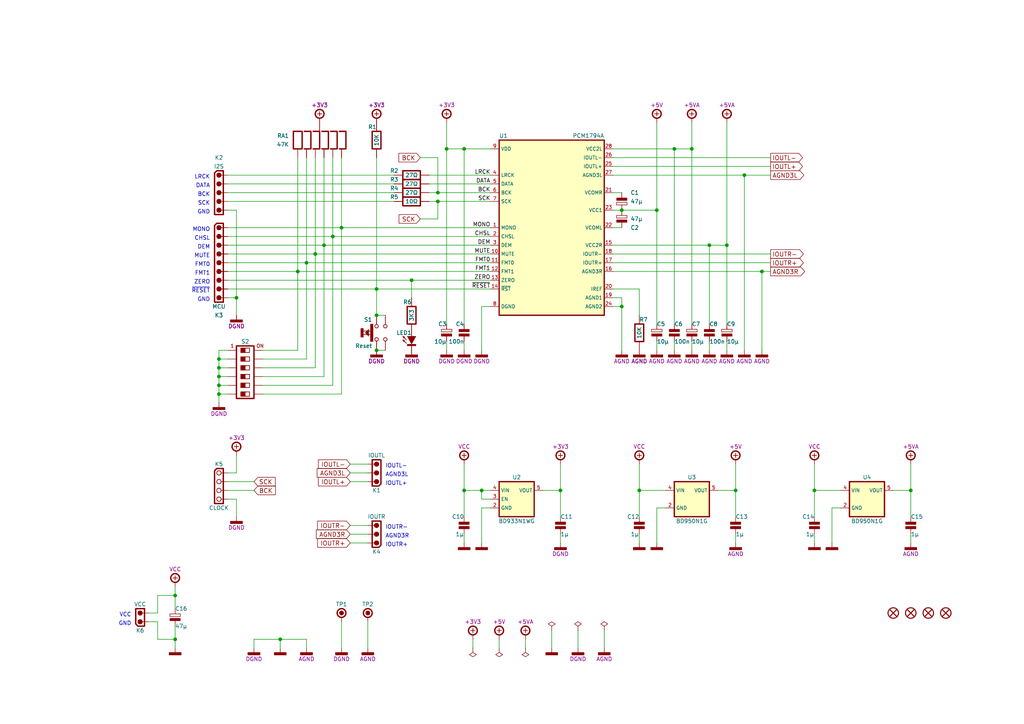
<source format=kicad_sch>
(kicad_sch (version 20211123) (generator eeschema)
  (paper "A4")
  (title_block (title "PCM1794") (date "01/2023") (rev "A"))
  (junction (at 109.22 101.6))
  (junction (at 127 55.88))
  (junction (at 81.28 185.42))
  (junction (at 127 58.42))
  (junction (at 220.98 78.74))
  (junction (at 96.52 68.58))
  (junction (at 200.66 43.18))
  (junction (at 50.8 172.72))
  (junction (at 139.7 142.24))
  (junction (at 99.06 66.04))
  (junction (at 63.5 109.22))
  (junction (at 180.34 60.96))
  (junction (at 210.82 71.12))
  (junction (at 63.5 111.76))
  (junction (at 185.42 142.24))
  (junction (at 63.5 106.68))
  (junction (at 109.22 91.44))
  (junction (at 109.22 83.82))
  (junction (at 162.56 142.24))
  (junction (at 63.5 104.14))
  (junction (at 190.5 60.96))
  (junction (at 63.5 114.3))
  (junction (at 134.62 142.24))
  (junction (at 134.62 43.18))
  (junction (at 236.22 142.24))
  (junction (at 50.8 185.42))
  (junction (at 93.98 71.12))
  (junction (at 88.9 76.2))
  (junction (at 129.54 43.18))
  (junction (at 213.36 142.24))
  (junction (at 119.38 81.28))
  (junction (at 86.36 78.74))
  (junction (at 180.34 88.9))
  (junction (at 205.74 71.12))
  (junction (at 91.44 73.66))
  (junction (at 215.9 50.8))
  (junction (at 264.16 142.24))
  (junction (at 68.58 86.36))
  (junction (at 195.58 43.18))
  (wire (pts (xy 185.42 142.24) (xy 185.42 134.62)))
  (wire (pts (xy 142.24 142.24) (xy 139.7 142.24)))
  (wire (pts (xy 76.2 106.68) (xy 91.44 106.68)))
  (wire (pts (xy 88.9 45.72) (xy 88.9 76.2)))
  (wire (pts (xy 63.5 109.22) (xy 66.04 109.22)))
  (wire (pts (xy 208.28 142.24) (xy 213.36 142.24)))
  (wire (pts (xy 213.36 134.62) (xy 213.36 142.24)))
  (wire (pts (xy 124.46 53.34) (xy 142.24 53.34)))
  (wire (pts (xy 43.18 180.34) (xy 45.72 180.34)))
  (wire (pts (xy 134.62 142.24) (xy 134.62 134.62)))
  (wire (pts (xy 66.04 60.96) (xy 68.58 60.96)))
  (wire (pts (xy 86.36 101.6) (xy 86.36 78.74)))
  (wire (pts (xy 177.8 83.82) (xy 185.42 83.82)))
  (wire (pts (xy 236.22 142.24) (xy 236.22 149.86)))
  (wire (pts (xy 73.66 185.42) (xy 81.28 185.42)))
  (wire (pts (xy 68.58 137.16) (xy 68.58 132.08)))
  (wire (pts (xy 50.8 185.42) (xy 50.8 181.61)))
  (wire (pts (xy 259.08 142.24) (xy 264.16 142.24)))
  (wire (pts (xy 96.52 68.58) (xy 142.24 68.58)))
  (wire (pts (xy 66.04 66.04) (xy 99.06 66.04)))
  (wire (pts (xy 127 45.72) (xy 127 55.88)))
  (wire (pts (xy 93.98 109.22) (xy 93.98 71.12)))
  (wire (pts (xy 129.54 43.18) (xy 134.62 43.18)))
  (wire (pts (xy 66.04 76.2) (xy 88.9 76.2)))
  (wire (pts (xy 45.72 172.72) (xy 45.72 177.8)))
  (wire (pts (xy 129.54 35.56) (xy 129.54 43.18)))
  (wire (pts (xy 134.62 142.24) (xy 134.62 149.86)))
  (wire (pts (xy 66.04 58.42) (xy 114.3 58.42)))
  (wire (pts (xy 88.9 104.14) (xy 88.9 76.2)))
  (wire (pts (xy 190.5 147.32) (xy 190.5 157.48)))
  (wire (pts (xy 93.98 71.12) (xy 142.24 71.12)))
  (wire (pts (xy 193.04 147.32) (xy 190.5 147.32)))
  (wire (pts (xy 101.6 139.7) (xy 106.68 139.7)))
  (wire (pts (xy 139.7 147.32) (xy 142.24 147.32)))
  (wire (pts (xy 127 58.42) (xy 142.24 58.42)))
  (wire (pts (xy 73.66 185.42) (xy 73.66 187.96)))
  (wire (pts (xy 124.46 55.88) (xy 127 55.88)))
  (wire (pts (xy 124.46 58.42) (xy 127 58.42)))
  (wire (pts (xy 101.6 154.94) (xy 106.68 154.94)))
  (wire (pts (xy 88.9 185.42) (xy 88.9 187.96)))
  (wire (pts (xy 190.5 99.06) (xy 190.5 101.6)))
  (wire (pts (xy 205.74 71.12) (xy 205.74 93.98)))
  (wire (pts (xy 180.34 86.36) (xy 180.34 88.9)))
  (wire (pts (xy 177.8 55.88) (xy 180.34 55.88)))
  (wire (pts (xy 177.8 66.04) (xy 180.34 66.04)))
  (wire (pts (xy 177.8 45.72) (xy 223.52 45.72)))
  (wire (pts (xy 200.66 101.6) (xy 200.66 99.06)))
  (wire (pts (xy 129.54 93.98) (xy 129.54 43.18)))
  (wire (pts (xy 76.2 114.3) (xy 99.06 114.3)))
  (wire (pts (xy 101.6 137.16) (xy 106.68 137.16)))
  (wire (pts (xy 127 63.5) (xy 127 58.42)))
  (wire (pts (xy 68.58 60.96) (xy 68.58 86.36)))
  (wire (pts (xy 236.22 134.62) (xy 236.22 142.24)))
  (wire (pts (xy 220.98 78.74) (xy 223.52 78.74)))
  (wire (pts (xy 99.06 187.96) (xy 99.06 180.34)))
  (wire (pts (xy 264.16 157.48) (xy 264.16 154.94)))
  (wire (pts (xy 45.72 172.72) (xy 50.8 172.72)))
  (wire (pts (xy 50.8 172.72) (xy 50.8 176.53)))
  (wire (pts (xy 109.22 45.72) (xy 109.22 83.82)))
  (wire (pts (xy 215.9 50.8) (xy 215.9 101.6)))
  (wire (pts (xy 66.04 137.16) (xy 68.58 137.16)))
  (wire (pts (xy 195.58 101.6) (xy 195.58 99.06)))
  (wire (pts (xy 66.04 68.58) (xy 96.52 68.58)))
  (wire (pts (xy 50.8 187.96) (xy 50.8 185.42)))
  (wire (pts (xy 177.8 76.2) (xy 223.52 76.2)))
  (wire (pts (xy 243.84 147.32) (xy 241.3 147.32)))
  (wire (pts (xy 162.56 134.62) (xy 162.56 142.24)))
  (wire (pts (xy 177.8 78.74) (xy 220.98 78.74)))
  (wire (pts (xy 160.02 182.88) (xy 160.02 187.96)))
  (wire (pts (xy 91.44 106.68) (xy 91.44 73.66)))
  (wire (pts (xy 215.9 50.8) (xy 223.52 50.8)))
  (wire (pts (xy 45.72 180.34) (xy 45.72 185.42)))
  (wire (pts (xy 177.8 43.18) (xy 195.58 43.18)))
  (wire (pts (xy 93.98 45.72) (xy 93.98 71.12)))
  (wire (pts (xy 81.28 185.42) (xy 81.28 187.96)))
  (wire (pts (xy 109.22 83.82) (xy 109.22 91.44)))
  (wire (pts (xy 180.34 60.96) (xy 190.5 60.96)))
  (wire (pts (xy 177.8 86.36) (xy 180.34 86.36)))
  (wire (pts (xy 109.22 101.6) (xy 111.76 101.6)))
  (wire (pts (xy 124.46 50.8) (xy 142.24 50.8)))
  (wire (pts (xy 127 55.88) (xy 142.24 55.88)))
  (wire (pts (xy 66.04 53.34) (xy 114.3 53.34)))
  (wire (pts (xy 66.04 83.82) (xy 109.22 83.82)))
  (wire (pts (xy 63.5 104.14) (xy 66.04 104.14)))
  (wire (pts (xy 220.98 78.74) (xy 220.98 101.6)))
  (wire (pts (xy 195.58 43.18) (xy 200.66 43.18)))
  (wire (pts (xy 66.04 55.88) (xy 114.3 55.88)))
  (wire (pts (xy 91.44 45.72) (xy 91.44 73.66)))
  (wire (pts (xy 264.16 142.24) (xy 264.16 149.86)))
  (wire (pts (xy 66.04 142.24) (xy 73.66 142.24)))
  (wire (pts (xy 119.38 81.28) (xy 119.38 86.36)))
  (wire (pts (xy 180.34 88.9) (xy 180.34 101.6)))
  (wire (pts (xy 144.78 185.42) (xy 144.78 187.96)))
  (wire (pts (xy 134.62 99.06) (xy 134.62 101.6)))
  (wire (pts (xy 86.36 45.72) (xy 86.36 78.74)))
  (wire (pts (xy 177.8 71.12) (xy 205.74 71.12)))
  (wire (pts (xy 76.2 109.22) (xy 93.98 109.22)))
  (wire (pts (xy 66.04 101.6) (xy 63.5 101.6)))
  (wire (pts (xy 210.82 101.6) (xy 210.82 99.06)))
  (wire (pts (xy 185.42 154.94) (xy 185.42 157.48)))
  (wire (pts (xy 66.04 71.12) (xy 93.98 71.12)))
  (wire (pts (xy 190.5 35.56) (xy 190.5 60.96)))
  (wire (pts (xy 66.04 86.36) (xy 68.58 86.36)))
  (wire (pts (xy 205.74 71.12) (xy 210.82 71.12)))
  (wire (pts (xy 236.22 154.94) (xy 236.22 157.48)))
  (wire (pts (xy 99.06 114.3) (xy 99.06 66.04)))
  (wire (pts (xy 96.52 111.76) (xy 96.52 68.58)))
  (wire (pts (xy 101.6 157.48) (xy 106.68 157.48)))
  (wire (pts (xy 63.5 101.6) (xy 63.5 104.14)))
  (wire (pts (xy 63.5 114.3) (xy 66.04 114.3)))
  (wire (pts (xy 200.66 43.18) (xy 200.66 93.98)))
  (wire (pts (xy 99.06 66.04) (xy 142.24 66.04)))
  (wire (pts (xy 66.04 73.66) (xy 91.44 73.66)))
  (wire (pts (xy 63.5 104.14) (xy 63.5 106.68)))
  (wire (pts (xy 177.8 73.66) (xy 223.52 73.66)))
  (wire (pts (xy 139.7 142.24) (xy 134.62 142.24)))
  (wire (pts (xy 121.92 63.5) (xy 127 63.5)))
  (wire (pts (xy 63.5 106.68) (xy 66.04 106.68)))
  (wire (pts (xy 101.6 152.4) (xy 106.68 152.4)))
  (wire (pts (xy 68.58 144.78) (xy 68.58 149.86)))
  (wire (pts (xy 142.24 144.78) (xy 139.7 144.78)))
  (wire (pts (xy 96.52 45.72) (xy 96.52 68.58)))
  (wire (pts (xy 185.42 83.82) (xy 185.42 91.44)))
  (wire (pts (xy 162.56 157.48) (xy 162.56 154.94)))
  (wire (pts (xy 66.04 78.74) (xy 86.36 78.74)))
  (wire (pts (xy 210.82 71.12) (xy 210.82 93.98)))
  (wire (pts (xy 129.54 101.6) (xy 129.54 99.06)))
  (wire (pts (xy 109.22 83.82) (xy 142.24 83.82)))
  (wire (pts (xy 68.58 86.36) (xy 68.58 91.44)))
  (wire (pts (xy 152.4 185.42) (xy 152.4 187.96)))
  (wire (pts (xy 139.7 88.9) (xy 139.7 101.6)))
  (wire (pts (xy 109.22 91.44) (xy 111.76 91.44)))
  (wire (pts (xy 76.2 101.6) (xy 86.36 101.6)))
  (wire (pts (xy 63.5 106.68) (xy 63.5 109.22)))
  (wire (pts (xy 213.36 157.48) (xy 213.36 154.94)))
  (wire (pts (xy 139.7 147.32) (xy 139.7 157.48)))
  (wire (pts (xy 66.04 50.8) (xy 114.3 50.8)))
  (wire (pts (xy 241.3 147.32) (xy 241.3 157.48)))
  (wire (pts (xy 106.68 187.96) (xy 106.68 180.34)))
  (wire (pts (xy 99.06 45.72) (xy 99.06 66.04)))
  (wire (pts (xy 185.42 142.24) (xy 185.42 149.86)))
  (wire (pts (xy 264.16 134.62) (xy 264.16 142.24)))
  (wire (pts (xy 134.62 93.98) (xy 134.62 43.18)))
  (wire (pts (xy 205.74 101.6) (xy 205.74 99.06)))
  (wire (pts (xy 81.28 185.42) (xy 88.9 185.42)))
  (wire (pts (xy 193.04 142.24) (xy 185.42 142.24)))
  (wire (pts (xy 213.36 142.24) (xy 213.36 149.86)))
  (wire (pts (xy 134.62 154.94) (xy 134.62 157.48)))
  (wire (pts (xy 66.04 139.7) (xy 73.66 139.7)))
  (wire (pts (xy 177.8 60.96) (xy 180.34 60.96)))
  (wire (pts (xy 200.66 35.56) (xy 200.66 43.18)))
  (wire (pts (xy 63.5 111.76) (xy 66.04 111.76)))
  (wire (pts (xy 177.8 88.9) (xy 180.34 88.9)))
  (wire (pts (xy 43.18 177.8) (xy 45.72 177.8)))
  (wire (pts (xy 66.04 144.78) (xy 68.58 144.78)))
  (wire (pts (xy 175.26 182.88) (xy 175.26 187.96)))
  (wire (pts (xy 76.2 111.76) (xy 96.52 111.76)))
  (wire (pts (xy 157.48 142.24) (xy 162.56 142.24)))
  (wire (pts (xy 63.5 114.3) (xy 63.5 116.84)))
  (wire (pts (xy 134.62 43.18) (xy 142.24 43.18)))
  (wire (pts (xy 119.38 81.28) (xy 142.24 81.28)))
  (wire (pts (xy 66.04 81.28) (xy 119.38 81.28)))
  (wire (pts (xy 177.8 48.26) (xy 223.52 48.26)))
  (wire (pts (xy 177.8 50.8) (xy 215.9 50.8)))
  (wire (pts (xy 101.6 134.62) (xy 106.68 134.62)))
  (wire (pts (xy 195.58 43.18) (xy 195.58 93.98)))
  (wire (pts (xy 137.16 185.42) (xy 137.16 187.96)))
  (wire (pts (xy 50.8 170.18) (xy 50.8 172.72)))
  (wire (pts (xy 167.64 182.88) (xy 167.64 187.96)))
  (wire (pts (xy 63.5 109.22) (xy 63.5 111.76)))
  (wire (pts (xy 86.36 78.74) (xy 142.24 78.74)))
  (wire (pts (xy 91.44 73.66) (xy 142.24 73.66)))
  (wire (pts (xy 210.82 35.56) (xy 210.82 71.12)))
  (wire (pts (xy 76.2 104.14) (xy 88.9 104.14)))
  (wire (pts (xy 88.9 76.2) (xy 142.24 76.2)))
  (wire (pts (xy 45.72 185.42) (xy 50.8 185.42)))
  (wire (pts (xy 162.56 142.24) (xy 162.56 149.86)))
  (wire (pts (xy 190.5 60.96) (xy 190.5 93.98)))
  (wire (pts (xy 236.22 142.24) (xy 243.84 142.24)))
  (wire (pts (xy 142.24 88.9) (xy 139.7 88.9)))
  (wire (pts (xy 63.5 111.76) (xy 63.5 114.3)))
  (wire (pts (xy 139.7 142.24) (xy 139.7 144.78)))
  (wire (pts (xy 121.92 45.72) (xy 127 45.72)))
  (text "IOUTR+" (at 111.76 158.75 0) (effects (font (size 1.15 1.15)) (justify left bottom)))
  (text "FMT1" (at 60.96 80.01 180) (effects (font (size 1.15 1.15)) (justify right bottom)))
  (text "GND" (at 38.1 181.61 180) (effects (font (size 1.15 1.15)) (justify right bottom)))
  (text "AGND3R" (at 111.76 156.21 0) (effects (font (size 1.15 1.15)) (justify left bottom)))
  (text "ZERO" (at 60.96 82.55 180) (effects (font (size 1.15 1.15)) (justify right bottom)))
  (text "AGND3L" (at 111.76 138.43 0) (effects (font (size 1.15 1.15)) (justify left bottom)))
  (text "BCK" (at 60.96 57.15 180) (effects (font (size 1.15 1.15)) (justify right bottom)))
  (text "LRCK" (at 60.96 52.07 180) (effects (font (size 1.15 1.15)) (justify right bottom)))
  (text "GND" (at 60.96 62.23 180) (effects (font (size 1.15 1.15)) (justify right bottom)))
  (text "MONO" (at 60.96 67.31 180) (effects (font (size 1.15 1.15)) (justify right bottom)))
  (text "~{RESET}" (at 60.96 85.09 180) (effects (font (size 1.15 1.15)) (justify right bottom)))
  (text "SCK" (at 60.96 59.69 180) (effects (font (size 1.15 1.15)) (justify right bottom)))
  (text "MUTE" (at 60.96 74.93 180) (effects (font (size 1.15 1.15)) (justify right bottom)))
  (text "CHSL" (at 60.96 69.85 180) (effects (font (size 1.15 1.15)) (justify right bottom)))
  (text "VCC" (at 38.1 179.07 180) (effects (font (size 1.15 1.15)) (justify right bottom)))
  (text "IOUTR-" (at 111.76 153.67 0) (effects (font (size 1.15 1.15)) (justify left bottom)))
  (text "IOUTL-" (at 111.76 135.89 0) (effects (font (size 1.15 1.15)) (justify left bottom)))
  (text "FMT0" (at 60.96 77.47 180) (effects (font (size 1.15 1.15)) (justify right bottom)))
  (text "GND" (at 60.96 87.63 180) (effects (font (size 1.15 1.15)) (justify right bottom)))
  (text "DEM" (at 60.96 72.39 180) (effects (font (size 1.15 1.15)) (justify right bottom)))
  (text "IOUTL+" (at 111.76 140.97 0) (effects (font (size 1.15 1.15)) (justify left bottom)))
  (text "DATA" (at 60.96 54.61 180) (effects (font (size 1.15 1.15)) (justify right bottom)))
  (label "MUTE" (at 142.24 73.66 180) (effects (font (size 1.15 1.15))))
  (label "BCK" (at 142.24 55.88 180) (effects (font (size 1.15 1.15))))
  (label "DEM" (at 142.24 71.12 180) (effects (font (size 1.15 1.15))))
  (label "FMT1" (at 142.24 78.74 180) (effects (font (size 1.15 1.15))))
  (label "ZERO" (at 142.24 81.28 180) (effects (font (size 1.15 1.15))))
  (label "DATA" (at 142.24 53.34 180) (effects (font (size 1.15 1.15))))
  (label "MONO" (at 142.24 66.04 180) (effects (font (size 1.15 1.15))))
  (label "CHSL" (at 142.24 68.58 180) (effects (font (size 1.15 1.15))))
  (label "FMT0" (at 142.24 76.2 180) (effects (font (size 1.15 1.15))))
  (label "~{RESET}" (at 142.24 83.82 180) (effects (font (size 1.15 1.15))))
  (label "SCK" (at 142.24 58.42 180) (effects (font (size 1.15 1.15))))
  (label "LRCK" (at 142.24 50.8 180) (effects (font (size 1.15 1.15))))
  (global_label "AGND3R" (shape output) (at 223.52 78.74 0) (property "Intersheet References" "${INTERSHEET_REFS}" (effects hide)))
  (global_label "IOUTR+" (shape input) (at 101.6 157.48 180) (property "Intersheet References" "${INTERSHEET_REFS}" (effects hide)))
  (global_label "IOUTL-" (shape input) (at 101.6 134.62 180) (property "Intersheet References" "${INTERSHEET_REFS}" (effects hide)))
  (global_label "AGND3L" (shape input) (at 101.6 137.16 180) (property "Intersheet References" "${INTERSHEET_REFS}" (effects hide)))
  (global_label "AGND3L" (shape output) (at 223.52 50.8 0) (property "Intersheet References" "${INTERSHEET_REFS}" (effects hide)))
  (global_label "IOUTR-" (shape output) (at 223.52 73.66 0) (property "Intersheet References" "${INTERSHEET_REFS}" (effects hide)))
  (global_label "SCK" (shape input) (at 73.66 139.7 0) (property "Intersheet References" "${INTERSHEET_REFS}" (effects hide)))
  (global_label "IOUTL-" (shape output) (at 223.52 45.72 0) (property "Intersheet References" "${INTERSHEET_REFS}" (effects hide)))
  (global_label "IOUTL+" (shape output) (at 223.52 48.26 0) (property "Intersheet References" "${INTERSHEET_REFS}" (effects hide)))
  (global_label "BCK" (shape input) (at 121.92 45.72 180) (property "Intersheet References" "${INTERSHEET_REFS}" (effects hide)))
  (global_label "IOUTL+" (shape input) (at 101.6 139.7 180) (property "Intersheet References" "${INTERSHEET_REFS}" (effects hide)))
  (global_label "SCK" (shape input) (at 121.92 63.5 180) (property "Intersheet References" "${INTERSHEET_REFS}" (effects hide)))
  (global_label "IOUTR-" (shape input) (at 101.6 152.4 180) (property "Intersheet References" "${INTERSHEET_REFS}" (effects hide)))
  (global_label "IOUTR+" (shape output) (at 223.52 76.2 0) (property "Intersheet References" "${INTERSHEET_REFS}" (effects hide)))
  (global_label "BCK" (shape input) (at 73.66 142.24 0) (property "Intersheet References" "${INTERSHEET_REFS}" (effects hide)))
  (global_label "AGND3R" (shape input) (at 101.6 154.94 180) (property "Intersheet References" "${INTERSHEET_REFS}" (effects hide)))
  (symbol (lib_id "tronixio:POWER-GND") (at 241.3 157.48 0) (unit 1)
    (property "Reference" "#PWR036" (effects hide))
    (property "Value" "POWER-GND" (effects hide))
  )
  (symbol (lib_id "tronixio:HARWIN-254-F-1X04-VERTICAL") (at 63.5 137.16 0) (mirror y) (unit 1)
    (property "Reference" "K5" (at 63.5 134.62 0) (effects (font (size 1.15 1.15))))
    (property "Value" "CLOCK" (at 63.5 147.32 0) (effects (font (size 1.15 1.15))))
    (property "Footprint" "tronixio:HARWIN-M20-782044x" (effects hide))
    (property "Datasheet" "https://www.harwin.com/products/M20-7820446/" (effects hide))
    (property "Mouser" "855-M20-782044" (effects hide))
  )
  (symbol (lib_id "tronixio:MOLEX-MICRO-LATCH-03-VERTICAL") (at 109.22 157.48 0) (mirror x) (unit 1)
    (property "Reference" "K4" (at 109.22 160.02 0) (effects (font (size 1.15 1.15))))
    (property "Value" "IOUTR" (at 109.22 149.86 0) (effects (font (size 1.15 1.15))))
    (property "Footprint" "tronixio:MOLEX-532530370" (effects hide))
    (property "Datasheet" "https://www.molex.com/pdm_docs/sd/532530370_sd.pdf" (effects hide))
    (property "Mouser" "538-53253-0370" (effects hide))
  )
  (symbol (lib_id "tronixio:POWER-AGND") (at 195.58 101.6 0) (unit 1)
    (property "Reference" "#PWR016" (effects hide))
    (property "Value" "POWER-AGND" (effects hide))
    (property "Name" "AGND" (at 195.58 104.775 0) (effects (font (size 1.15 1.15))))
  )
  (symbol (lib_id "tronixio:POWER-+5VA") (at 200.66 35.56 0) (unit 1)
    (property "Reference" "#PWR05" (effects hide))
    (property "Value" "POWER-VCC-1" (effects hide))
    (property "Name" "+5VA" (at 200.66 30.48 0) (effects (font (size 1.15 1.15))))
  )
  (symbol (lib_id "tronixio:POWER-AGND") (at 220.98 101.6 0) (unit 1)
    (property "Reference" "#PWR0102" (effects hide))
    (property "Value" "POWER-AGND" (effects hide))
    (property "Name" "AGND" (at 220.98 104.775 0) (effects (font (size 1.15 1.15))))
  )
  (symbol (lib_name "WURTH-WCAP-ATG8-47U-35V_2") (lib_id "tronixio:WURTH-WCAP-ATG8-47U-35V") (at 180.34 63.5 0) (unit 1)
    (property "Reference" "C2" (at 182.88 66.04 0) (effects (font (size 1.15 1.15)) (justify left)))
    (property "Value" "47µ" (at 182.88 63.5 0) (effects (font (size 1.15 1.15)) (justify left)))
    (property "Footprint" "tronixio:CAPACITOR-ELECTROLYTIC-RADIAL-050-110-020-WURTH" (effects hide))
    (property "Datasheet" "https://www.we-online.com/catalog/datasheet/860010572005.pdf" (effects hide))
    (property "Tolerance" "20%" (effects hide))
    (property "Mouser" "710-860010572005" (effects hide))
    (property "Voltage" "35V" (effects hide))
  )
  (symbol (lib_id "tronixio:ROHM-BD950N1G-150-SOT-23") (at 193.04 142.24 0) (unit 1)
    (property "Reference" "U3" (at 200.66 138.43 0) (effects (font (size 1.15 1.15))))
    (property "Value" "BD950N1G" (at 200.66 151.13 0) (effects (font (size 1.15 1.15))))
    (property "Footprint" "tronixio:SOT-23-5" (effects hide))
    (property "Datasheet" "https://www.rohm.com/products/power-management/linear-regulators/single-output-ldo-regulators/bd900n1g-c-product" (effects hide))
    (property "Mouser" "755-BD950N1G-CTR" (effects hide))
  )
  (symbol (lib_id "tronixio:POWER-+5V") (at 144.78 185.42 0) (unit 1)
    (property "Reference" "#PWR040" (effects hide))
    (property "Value" "POWER-+5V" (effects hide))
    (property "Name" "+5V" (at 144.78 180.34 0) (effects (font (size 1.15 1.15))))
  )
  (symbol (lib_id "tronixio:POWER-DGND") (at 139.7 101.6 0) (unit 1)
    (property "Reference" "#PWR012" (effects hide))
    (property "Value" "POWER-DGND" (effects hide))
    (property "Name" "DGND" (at 139.7 104.775 0) (effects (font (size 1.15 1.15))))
  )
  (symbol (lib_id "tronixio:KOASPEER-RT-1206-10R-1P") (at 119.38 58.42 90) (unit 1)
    (property "Reference" "R5" (at 115.57 57.15 90) (effects (font (size 1.15 1.15)) (justify left)))
    (property "Value" "10Ω" (at 119.38 58.42 90) (effects (font (size 1.15 1.15))))
    (property "Footprint" "tronixio:RESISTOR-SMD-1206" (effects hide))
    (property "Datasheet" "https://www.yageo.com/en/Product/Index/rchip/thin_film/rt" (effects hide))
    (property "Tolerance" "1%" (effects hide))
    (property "Mouser" "603-RT1206FRE1310RL" (effects hide))
  )
  (symbol (lib_id "tronixio:POWER-GND") (at 134.62 157.48 0) (unit 1)
    (property "Reference" "#PWR029" (effects hide))
    (property "Value" "POWER-GND" (effects hide))
  )
  (symbol (lib_id "tronixio:POWER-DGND") (at 134.62 101.6 0) (unit 1)
    (property "Reference" "#PWR011" (effects hide))
    (property "Value" "POWER-DGND" (effects hide))
    (property "Name" "DGND" (at 134.62 104.775 0) (effects (font (size 1.15 1.15))))
  )
  (symbol (lib_id "tronixio:POWER-VCC") (at 236.22 134.62 0) (unit 1)
    (property "Reference" "#PWR026" (effects hide))
    (property "Value" "POWER-VCC" (effects hide))
    (property "Name" "VCC" (at 236.22 129.54 0) (effects (font (size 1.15 1.15))))
  )
  (symbol (lib_id "tronixio:POWER-GND") (at 81.28 187.96 0) (unit 1)
    (property "Reference" "#PWR045" (effects hide))
    (property "Value" "POWER-GND" (effects hide))
  )
  (symbol (lib_id "tronixio:POWER-DGND") (at 162.56 157.48 0) (unit 1)
    (property "Reference" "#PWR031" (effects hide))
    (property "Value" "POWER-DGND" (effects hide))
    (property "Name" "DGND" (at 162.56 160.655 0) (effects (font (size 1.15 1.15))))
  )
  (symbol (lib_id "tronixio:POWER-AGND") (at 106.68 187.96 0) (unit 1)
    (property "Reference" "#PWR048" (effects hide))
    (property "Value" "POWER-AGND" (effects hide))
    (property "Name" "AGND" (at 106.68 191.135 0) (effects (font (size 1.15 1.15))))
  )
  (symbol (lib_id "tronixio:POWER-+3V3") (at 109.22 35.56 0) (unit 1)
    (property "Reference" "#PWR02" (effects hide))
    (property "Value" "POWER-+3V3" (effects hide))
    (property "Name" "+3V3" (at 109.22 30.48 0) (effects (font (size 1.15 1.15))))
  )
  (symbol (lib_id "tronixio:POWER-VCC") (at 134.62 134.62 0) (unit 1)
    (property "Reference" "#PWR022" (effects hide))
    (property "Value" "POWER-VCC" (effects hide))
    (property "Name" "VCC" (at 134.62 129.54 0) (effects (font (size 1.15 1.15))))
  )
  (symbol (lib_name "WURTH-WCAP-ATG8-47U-35V_1") (lib_id "tronixio:WURTH-WCAP-ATG8-47U-35V") (at 50.8 179.07 0) (unit 1)
    (property "Reference" "C16" (at 50.8 176.53 0) (effects (font (size 1.15 1.15)) (justify left)))
    (property "Value" "47µ" (at 50.8 181.61 0) (effects (font (size 1.15 1.15)) (justify left)))
    (property "Footprint" "tronixio:CAPACITOR-ELECTROLYTIC-RADIAL-050-110-020-WURTH" (effects hide))
    (property "Datasheet" "https://www.we-online.com/catalog/datasheet/860010572005.pdf" (effects hide))
    (property "Tolerance" "20%" (effects hide))
    (property "Mouser" "710-860010572005" (effects hide))
    (property "Voltage" "35V" (effects hide))
  )
  (symbol (lib_id "tronixio:POWER-DGND") (at 68.58 91.44 0) (unit 1)
    (property "Reference" "#PWR07" (effects hide))
    (property "Value" "POWER-DGND" (effects hide))
    (property "Name" "DGND" (at 68.58 94.615 0) (effects (font (size 1.15 1.15))))
  )
  (symbol (lib_id "tronixio:POWER-DGND") (at 129.54 101.6 0) (unit 1)
    (property "Reference" "#PWR010" (effects hide))
    (property "Value" "POWER-DGND" (effects hide))
    (property "Name" "DGND" (at 129.54 104.775 0) (effects (font (size 1.15 1.15))))
  )
  (symbol (lib_id "tronixio:POWER-+5VA") (at 210.82 35.56 0) (unit 1)
    (property "Reference" "#PWR06" (effects hide))
    (property "Value" "POWER-VCC-1" (effects hide))
    (property "Name" "+5VA" (at 210.82 30.48 0) (effects (font (size 1.15 1.15))))
  )
  (symbol (lib_id "tronixio:POWER-AGND") (at 213.36 157.48 0) (unit 1)
    (property "Reference" "#PWR034" (effects hide))
    (property "Value" "POWER-AGND" (effects hide))
    (property "Name" "AGND" (at 213.36 160.655 0) (effects (font (size 1.15 1.15))))
  )
  (symbol (lib_id "tronixio:ALPS-SKRPAC") (at 109.22 96.52 90) (unit 1)
    (property "Reference" "S1" (at 107.95 92.71 90) (effects (font (size 1.15 1.15)) (justify left)))
    (property "Value" "Reset" (at 107.95 100.33 90) (effects (font (size 1.15 1.15)) (justify left)))
    (property "Footprint" "tronixio:ALPS-SKRPAC" (effects hide))
    (property "Datasheet" "http://www.alps.com/prod/info/E/HTML/Tact/SurfaceMount/SKRP/SKRPACE010.html" (effects hide))
    (property "Mouser" "688-SKRPACE010" (effects hide))
  )
  (symbol (lib_id "tronixio:MOLEX-MIGHTY-SPOX-02-VERTICAL") (at 40.64 180.34 180) (unit 1)
    (property "Reference" "K6" (at 40.64 182.88 0) (effects (font (size 1.15 1.15))))
    (property "Value" "VCC" (at 40.64 175.26 0) (effects (font (size 1.15 1.15))))
    (property "Footprint" "tronixio:MOLEX-532580229" (effects hide))
    (property "Datasheet" "https://www.molex.com/pdm_docs/sd/532580229_sd.pdf" (effects hide))
    (property "Mouser" "538-53258-0229" (effects hide))
    (property "Name" "MOLEX-MIGHTY-SPOX-02-VERTICAL" (effects hide))
  )
  (symbol (lib_id "tronixio:MOLEX-MICRO-LATCH-05-VERTICAL") (at 63.5 50.8 0) (mirror y) (unit 1)
    (property "Reference" "K2" (at 63.5 45.72 0) (effects (font (size 1.15 1.15))))
    (property "Value" "I2S" (at 63.5 48.26 0) (effects (font (size 1.15 1.15))))
    (property "Footprint" "tronixio:MOLEX-532530570" (effects hide))
    (property "Datasheet" "https://www.molex.com/pdm_docs/sd/532530570_sd.pdf" (effects hide))
    (property "Mouser" "538-53253-0570" (effects hide))
  )
  (symbol (lib_id "tronixio:POWER-DGND") (at 167.64 187.96 0) (unit 1)
    (property "Reference" "#PWR050" (effects hide))
    (property "Value" "POWER-DGND" (effects hide))
    (property "Name" "DGND" (at 167.64 191.135 0) (effects (font (size 1.15 1.15))))
  )
  (symbol (lib_id "tronixio:POWER-AGND") (at 190.5 101.6 0) (unit 1)
    (property "Reference" "#PWR015" (effects hide))
    (property "Value" "POWER-AGND" (effects hide))
    (property "Name" "AGND" (at 190.5 104.775 0) (effects (font (size 1.15 1.15))))
  )
  (symbol (lib_id "tronixio:KEMET-X7R-1206-1U-50V-20P") (at 236.22 152.4 0) (unit 1)
    (property "Reference" "C14" (at 236.22 149.86 0) (effects (font (size 1.15 1.15)) (justify right)))
    (property "Value" "1µ" (at 236.22 154.94 0) (effects (font (size 1.15 1.15)) (justify right)))
    (property "Footprint" "tronixio:CAPACITOR-SMD-1206" (effects hide))
    (property "Datasheet" "https://content.kemet.com/datasheets/KEM_C1090_X7R_ESD.pdf" (effects hide))
    (property "Voltage" "50V" (effects hide))
    (property "Tolerance" "20%" (effects hide))
    (property "Mouser" "80-C1206C105M5R" (effects hide))
  )
  (symbol (lib_id "tronixio:POWER-DGND") (at 119.38 101.6 0) (unit 1)
    (property "Reference" "#PWR09" (effects hide))
    (property "Value" "POWER-DGND" (effects hide))
    (property "Name" "DGND" (at 119.38 104.775 0) (effects (font (size 1.15 1.15))))
  )
  (symbol (lib_id "tronixio:POWER-DGND") (at 109.22 101.6 0) (unit 1)
    (property "Reference" "#PWR08" (effects hide))
    (property "Value" "POWER-DGND" (effects hide))
    (property "Name" "DGND" (at 109.22 104.775 0) (effects (font (size 1.15 1.15))))
  )
  (symbol (lib_id "tronixio:KEMET-X7R-1206-1U-50V-20P") (at 162.56 152.4 0) (unit 1)
    (property "Reference" "C11" (at 162.56 149.86 0) (effects (font (size 1.15 1.15)) (justify left)))
    (property "Value" "1µ" (at 162.56 154.94 0) (effects (font (size 1.15 1.15)) (justify left)))
    (property "Footprint" "tronixio:CAPACITOR-SMD-1206" (effects hide))
    (property "Datasheet" "https://content.kemet.com/datasheets/KEM_C1090_X7R_ESD.pdf" (effects hide))
    (property "Voltage" "50V" (effects hide))
    (property "Tolerance" "20%" (effects hide))
    (property "Mouser" "80-C1206C105M5R" (effects hide))
  )
  (symbol (lib_id "tronixio:CUI-DS01-254-06") (at 71.12 101.6 0) (unit 1)
    (property "Reference" "S2" (at 71.12 99.06 0) (effects (font (size 1.15 1.15))))
    (property "Value" "CUI-DS01-254-06" (effects hide))
    (property "Footprint" "tronixio:DIP-SWITCH-06-W762" (effects hide))
    (property "Datasheet" "https://www.cuidevices.com/product/switches/dip-switches/ds04-254-1l-06bk" (effects hide))
    (property "Mouser" "490-DS04-254-1L-06BK" (effects hide))
  )
  (symbol (lib_id "tronixio:POWER-AGND") (at 200.66 101.6 0) (unit 1)
    (property "Reference" "#PWR017" (effects hide))
    (property "Value" "POWER-AGND" (effects hide))
    (property "Name" "AGND" (at 200.66 104.775 0) (effects (font (size 1.15 1.15))))
  )
  (symbol (lib_id "tronixio:POWER-FLAG") (at 175.26 182.88 0) (unit 1)
    (property "Reference" "#FLG03" (effects hide))
    (property "Value" "POWER-FLAG" (effects hide))
  )
  (symbol (lib_id "tronixio:POWER-AGND") (at 88.9 187.96 0) (unit 1)
    (property "Reference" "#PWR046" (effects hide))
    (property "Value" "POWER-AGND" (effects hide))
    (property "Name" "AGND" (at 88.9 191.135 0) (effects (font (size 1.15 1.15))))
  )
  (symbol (lib_id "tronixio:POWER-FLAG") (at 152.4 187.96 180) (unit 1)
    (property "Reference" "#FLG06" (effects hide))
    (property "Value" "POWER-FLAG" (effects hide))
  )
  (symbol (lib_id "tronixio:POWER-GND") (at 236.22 157.48 0) (unit 1)
    (property "Reference" "#PWR035" (effects hide))
    (property "Value" "POWER-GND" (effects hide))
  )
  (symbol (lib_id "tronixio:POWER-GND") (at 160.02 187.96 0) (unit 1)
    (property "Reference" "#PWR049" (effects hide))
    (property "Value" "POWER-GND" (effects hide))
  )
  (symbol (lib_id "tronixio:POWER-+3V3") (at 68.58 132.08 0) (unit 1)
    (property "Reference" "#PWR021" (effects hide))
    (property "Value" "POWER-+3V3" (effects hide))
    (property "Name" "+3V3" (at 68.58 127 0) (effects (font (size 1.15 1.15))))
  )
  (symbol (lib_id "tronixio:POWER-FLAG") (at 160.02 182.88 0) (unit 1)
    (property "Reference" "#FLG01" (effects hide))
    (property "Value" "POWER-FLAG" (effects hide))
  )
  (symbol (lib_id "tronixio:MOUNTING-HOLE-3MM-MASK") (at 274.32 177.8 0) (unit 1)
    (property "Reference" "H4" (effects hide))
    (property "Value" "MOUNTING-HOLE-3MM-MASK" (effects hide))
    (property "Footprint" "tronixio:MOUNTING-HOLE-3MM-MASK" (effects hide))
  )
  (symbol (lib_id "tronixio:POWER-+5V") (at 213.36 134.62 0) (unit 1)
    (property "Reference" "#PWR025" (effects hide))
    (property "Value" "POWER-+5V" (effects hide))
    (property "Name" "+5V" (at 213.36 129.54 0) (effects (font (size 1.15 1.15))))
  )
  (symbol (lib_id "tronixio:ROHM-BD950N1G-150-SOT-23") (at 243.84 142.24 0) (unit 1)
    (property "Reference" "U4" (at 251.46 138.43 0) (effects (font (size 1.15 1.15))))
    (property "Value" "BD950N1G" (at 251.46 151.13 0) (effects (font (size 1.15 1.15))))
    (property "Footprint" "tronixio:SOT-23-5" (effects hide))
    (property "Datasheet" "https://www.rohm.com/products/power-management/linear-regulators/single-output-ldo-regulators/bd900n1g-c-product" (effects hide))
    (property "Mouser" "755-BD950N1G-CTR" (effects hide))
  )
  (symbol (lib_id "tronixio:KEMET-X7R-1206-1U-50V-20P") (at 264.16 152.4 0) (unit 1)
    (property "Reference" "C15" (at 264.16 149.86 0) (effects (font (size 1.15 1.15)) (justify left)))
    (property "Value" "1µ" (at 264.16 154.94 0) (effects (font (size 1.15 1.15)) (justify left)))
    (property "Footprint" "tronixio:CAPACITOR-SMD-1206" (effects hide))
    (property "Datasheet" "https://content.kemet.com/datasheets/KEM_C1090_X7R_ESD.pdf" (effects hide))
    (property "Voltage" "50V" (effects hide))
    (property "Tolerance" "20%" (effects hide))
    (property "Mouser" "80-C1206C105M5R" (effects hide))
  )
  (symbol (lib_id "tronixio:POWER-+5VA") (at 264.16 134.62 0) (unit 1)
    (property "Reference" "#PWR027" (effects hide))
    (property "Value" "POWER-VCC-1" (effects hide))
    (property "Name" "+5VA" (at 264.16 129.54 0) (effects (font (size 1.15 1.15))))
  )
  (symbol (lib_name "WURTH-WCAP-ATG8-10U-63V_1") (lib_id "tronixio:WURTH-WCAP-ATG8-10U-63V") (at 129.54 96.52 0) (unit 1)
    (property "Reference" "C3" (at 129.54 93.98 0) (effects (font (size 1.15 1.15)) (justify right)))
    (property "Value" "10µ" (at 129.54 99.06 0) (effects (font (size 1.15 1.15)) (justify right)))
    (property "Footprint" "tronixio:CAPACITOR-ELECTROLYTIC-RADIAL-050-110-020-WURTH" (effects hide))
    (property "Datasheet" "https://www.we-online.com/catalog/datasheet/860010772009.pdf" (effects hide))
    (property "Tolerance" "20%" (effects hide))
    (property "Mouser" "710-860010772009" (effects hide))
    (property "Voltage" "63V" (effects hide))
  )
  (symbol (lib_id "tronixio:POWER-AGND") (at 264.16 157.48 0) (unit 1)
    (property "Reference" "#PWR037" (effects hide))
    (property "Value" "POWER-AGND" (effects hide))
    (property "Name" "AGND" (at 264.16 160.655 0) (effects (font (size 1.15 1.15))))
  )
  (symbol (lib_id "tronixio:KEMET-X7R-1206-1U-50V-20P") (at 134.62 152.4 0) (unit 1)
    (property "Reference" "C10" (at 134.62 149.86 0) (effects (font (size 1.15 1.15)) (justify right)))
    (property "Value" "1µ" (at 134.62 154.94 0) (effects (font (size 1.15 1.15)) (justify right)))
    (property "Footprint" "tronixio:CAPACITOR-SMD-1206" (effects hide))
    (property "Datasheet" "https://content.kemet.com/datasheets/KEM_C1090_X7R_ESD.pdf" (effects hide))
    (property "Voltage" "50V" (effects hide))
    (property "Tolerance" "20%" (effects hide))
    (property "Mouser" "80-C1206C105M5R" (effects hide))
  )
  (symbol (lib_id "tronixio:MOUNTING-HOLE-3MM-MASK") (at 259.08 177.8 0) (unit 1)
    (property "Reference" "H1" (effects hide))
    (property "Value" "MOUNTING-HOLE-3MM-MASK" (effects hide))
    (property "Footprint" "tronixio:MOUNTING-HOLE-3MM-MASK" (effects hide))
  )
  (symbol (lib_id "tronixio:KOASPEER-RT-1206-10K-1P") (at 185.42 96.52 0) (unit 1)
    (property "Reference" "R7" (at 185.42 92.71 0) (effects (font (size 1.15 1.15)) (justify left)))
    (property "Value" "10K" (at 185.42 96.52 90) (effects (font (size 1.15 1.15))))
    (property "Footprint" "tronixio:RESISTOR-SMD-1206" (effects hide))
    (property "Datasheet" "https://www.yageo.com/en/Product/Index/rchip/thin_film/rt" (effects hide))
    (property "Tolerance" "1%" (effects hide))
    (property "Mouser" "603-RT1206FRE1310KL" (effects hide))
  )
  (symbol (lib_id "tronixio:POWER-+3V3") (at 162.56 134.62 0) (unit 1)
    (property "Reference" "#PWR023" (effects hide))
    (property "Value" "POWER-+3V3" (effects hide))
    (property "Name" "+3V3" (at 162.56 129.54 0) (effects (font (size 1.15 1.15))))
  )
  (symbol (lib_id "tronixio:POWER-+5V") (at 190.5 35.56 0) (unit 1)
    (property "Reference" "#PWR04" (effects hide))
    (property "Value" "POWER-+5V" (effects hide))
    (property "Name" "+5V" (at 190.5 30.48 0) (effects (font (size 1.15 1.15))))
  )
  (symbol (lib_id "tronixio:KEYSTONE-5006") (at 106.68 180.34 0) (unit 1)
    (property "Reference" "TP2" (at 106.68 175.26 0) (effects (font (size 1.15 1.15))))
    (property "Value" "GND" (effects hide))
    (property "Footprint" "tronixio:KEYSTONE-5006" (effects hide))
    (property "Datasheet" "https://www.keyelco.com/product.cfm/product_id/1315" (effects hide))
    (property "Mouser" "534-5006" (effects hide))
  )
  (symbol (lib_name "WURTH-WCAP-ATG8-10U-63V_2") (lib_id "tronixio:WURTH-WCAP-ATG8-10U-63V") (at 210.82 96.52 0) (unit 1)
    (property "Reference" "C9" (at 210.82 93.98 0) (effects (font (size 1.15 1.15)) (justify left)))
    (property "Value" "10µ" (at 210.82 99.06 0) (effects (font (size 1.15 1.15)) (justify left)))
    (property "Footprint" "tronixio:CAPACITOR-ELECTROLYTIC-RADIAL-050-110-020-WURTH" (effects hide))
    (property "Datasheet" "https://www.we-online.com/catalog/datasheet/860010772009.pdf" (effects hide))
    (property "Tolerance" "20%" (effects hide))
    (property "Mouser" "710-860010772009" (effects hide))
    (property "Voltage" "63V" (effects hide))
  )
  (symbol (lib_id "tronixio:POWER-AGND") (at 205.74 101.6 0) (unit 1)
    (property "Reference" "#PWR018" (effects hide))
    (property "Value" "POWER-AGND" (effects hide))
    (property "Name" "AGND" (at 205.74 104.775 0) (effects (font (size 1.15 1.15))))
  )
  (symbol (lib_id "tronixio:WURTH-WCAP-ATG8-47U-35V") (at 180.34 58.42 180) (unit 1)
    (property "Reference" "C1" (at 182.88 55.88 0) (effects (font (size 1.15 1.15)) (justify right)))
    (property "Value" "47µ" (at 182.88 58.42 0) (effects (font (size 1.15 1.15)) (justify right)))
    (property "Footprint" "tronixio:CAPACITOR-ELECTROLYTIC-RADIAL-050-110-020-WURTH" (effects hide))
    (property "Datasheet" "https://www.we-online.com/catalog/datasheet/860010572005.pdf" (effects hide))
    (property "Tolerance" "20%" (effects hide))
    (property "Mouser" "710-860010572005" (effects hide))
    (property "Voltage" "35V" (effects hide))
  )
  (symbol (lib_id "tronixio:POWER-GND") (at 50.8 187.96 0) (unit 1)
    (property "Reference" "#PWR042" (effects hide))
    (property "Value" "POWER-GND" (effects hide))
  )
  (symbol (lib_id "tronixio:KEMET-X7R-1206-1U-50V-20P") (at 134.62 96.52 0) (unit 1)
    (property "Reference" "C4" (at 134.62 93.98 0) (effects (font (size 1.15 1.15)) (justify right)))
    (property "Value" "100n" (at 134.62 99.06 0) (effects (font (size 1.15 1.15)) (justify right)))
    (property "Footprint" "tronixio:CAPACITOR-SMD-1206" (effects hide))
    (property "Datasheet" "https://content.kemet.com/datasheets/KEM_C1090_X7R_ESD.pdf" (effects hide))
    (property "Voltage" "50V" (effects hide))
    (property "Tolerance" "20%" (effects hide))
    (property "Mouser" "80-C1206C105M5R" (effects hide))
  )
  (symbol (lib_name "KOASPEER-RT-1206-27R-1P_2") (lib_id "tronixio:KOASPEER-RT-1206-27R-1P") (at 119.38 55.88 90) (unit 1)
    (property "Reference" "R4" (at 115.57 54.61 90) (effects (font (size 1.15 1.15)) (justify left)))
    (property "Value" "27Ω" (at 119.38 55.88 90) (effects (font (size 1.15 1.15))))
    (property "Footprint" "tronixio:RESISTOR-SMD-1206" (effects hide))
    (property "Datasheet" "https://www.yageo.com/en/Product/Index/rchip/thin_film/rt" (effects hide))
    (property "Tolerance" "1%" (effects hide))
    (property "Mouser" "603-RT1206FRE0727RL" (effects hide))
  )
  (symbol (lib_id "tronixio:POWER-GND") (at 139.7 157.48 0) (unit 1)
    (property "Reference" "#PWR030" (effects hide))
    (property "Value" "POWER-GND" (effects hide))
  )
  (symbol (lib_id "tronixio:POWER-VCC") (at 50.8 170.18 0) (unit 1)
    (property "Reference" "#PWR038" (effects hide))
    (property "Value" "POWER-VCC" (effects hide))
    (property "Name" "VCC" (at 50.8 165.1 0) (effects (font (size 1.15 1.15))))
  )
  (symbol (lib_id "tronixio:MOUNTING-HOLE-3MM-MASK") (at 264.16 177.8 0) (unit 1)
    (property "Reference" "H2" (effects hide))
    (property "Value" "MOUNTING-HOLE-3MM-MASK" (effects hide))
    (property "Footprint" "tronixio:MOUNTING-HOLE-3MM-MASK" (effects hide))
  )
  (symbol (lib_id "tronixio:HARWIN-254-M-1X09-VERTICAL") (at 63.5 66.04 0) (mirror y) (unit 1)
    (property "Reference" "K3" (at 63.5 91.44 0) (effects (font (size 1.15 1.15))))
    (property "Value" "MCU" (at 63.5 88.9 0) (effects (font (size 1.15 1.15))))
    (property "Footprint" "tronixio:HARWIN-M20-999094x" (effects hide))
    (property "Datasheet" "https://www.harwin.com/products/M20-9990946/" (effects hide))
    (property "Mouser" "855-M20-999094" (effects hide))
    (property "Name" "HARWIN-254-M-1X09-VERTICAL" (effects hide))
  )
  (symbol (lib_id "tronixio:KEMET-X7R-1206-1U-50V-20P") (at 195.58 96.52 0) (unit 1)
    (property "Reference" "C6" (at 195.58 93.98 0) (effects (font (size 1.15 1.15)) (justify left)))
    (property "Value" "100n" (at 195.58 99.06 0) (effects (font (size 1.15 1.15)) (justify left)))
    (property "Footprint" "tronixio:CAPACITOR-SMD-1206" (effects hide))
    (property "Datasheet" "https://content.kemet.com/datasheets/KEM_C1090_X7R_ESD.pdf" (effects hide))
    (property "Voltage" "50V" (effects hide))
    (property "Tolerance" "20%" (effects hide))
    (property "Mouser" "80-C1206C105M5R" (effects hide))
  )
  (symbol (lib_id "tronixio:POWER-AGND") (at 180.34 101.6 0) (unit 1)
    (property "Reference" "#PWR013" (effects hide))
    (property "Value" "POWER-AGND" (effects hide))
    (property "Name" "AGND" (at 180.34 104.775 0) (effects (font (size 1.15 1.15))))
  )
  (symbol (lib_name "WURTH-WCAP-ATG8-10U-63V_3") (lib_id "tronixio:WURTH-WCAP-ATG8-10U-63V") (at 190.5 96.52 0) (unit 1)
    (property "Reference" "C5" (at 190.5 93.98 0) (effects (font (size 1.15 1.15)) (justify left)))
    (property "Value" "10µ" (at 190.5 99.06 0) (effects (font (size 1.15 1.15)) (justify left)))
    (property "Footprint" "tronixio:CAPACITOR-ELECTROLYTIC-RADIAL-050-110-020-WURTH" (effects hide))
    (property "Datasheet" "https://www.we-online.com/catalog/datasheet/860010772009.pdf" (effects hide))
    (property "Tolerance" "20%" (effects hide))
    (property "Mouser" "710-860010772009" (effects hide))
    (property "Voltage" "63V" (effects hide))
  )
  (symbol (lib_id "tronixio:KOASPEER-RT-1206-27R-1P") (at 119.38 50.8 90) (unit 1)
    (property "Reference" "R2" (at 115.57 49.53 90) (effects (font (size 1.15 1.15)) (justify left)))
    (property "Value" "27Ω" (at 119.38 50.8 90) (effects (font (size 1.15 1.15))))
    (property "Footprint" "tronixio:RESISTOR-SMD-1206" (effects hide))
    (property "Datasheet" "https://www.yageo.com/en/Product/Index/rchip/thin_film/rt" (effects hide))
    (property "Tolerance" "1%" (effects hide))
    (property "Mouser" "603-RT1206FRE0727RL" (effects hide))
  )
  (symbol (lib_id "tronixio:POWER-FLAG") (at 167.64 182.88 0) (unit 1)
    (property "Reference" "#FLG02" (effects hide))
    (property "Value" "POWER-FLAG" (effects hide))
  )
  (symbol (lib_id "tronixio:BOURNS-4607X-47K") (at 86.36 45.72 90) (unit 1)
    (property "Reference" "RA1" (at 83.82 39.37 90) (effects (font (size 1.15 1.15)) (justify left)))
    (property "Value" "47K" (at 83.82 41.91 90) (effects (font (size 1.15 1.15)) (justify left)))
    (property "Footprint" "tronixio:BOURNS-4607X" (effects hide))
    (property "Datasheet" "https://www.bourns.com/docs/Product-Datasheets/4600x.pdf?sfvrsn=92b2512c_0" (effects hide))
    (property "Mouser" "652-4607X-1LF-47K" (effects hide))
    (property "Tolerance" "2%" (effects hide))
  )
  (symbol (lib_id "tronixio:POWER-AGND") (at 210.82 101.6 0) (unit 1)
    (property "Reference" "#PWR019" (effects hide))
    (property "Value" "POWER-AGND" (effects hide))
    (property "Name" "AGND" (at 210.82 104.775 0) (effects (font (size 1.15 1.15))))
  )
  (symbol (lib_id "tronixio:MOLEX-MICRO-LATCH-03-VERTICAL") (at 109.22 139.7 0) (mirror x) (unit 1)
    (property "Reference" "K1" (at 109.22 142.24 0) (effects (font (size 1.15 1.15))))
    (property "Value" "IOUTL" (at 109.22 132.08 0) (effects (font (size 1.15 1.15))))
    (property "Footprint" "tronixio:MOLEX-532530370" (effects hide))
    (property "Datasheet" "https://www.molex.com/pdm_docs/sd/532530370_sd.pdf" (effects hide))
    (property "Mouser" "538-53253-0370" (effects hide))
  )
  (symbol (lib_id "tronixio:POWER-AGND") (at 185.42 101.6 0) (unit 1)
    (property "Reference" "#PWR014" (effects hide))
    (property "Value" "POWER-AGND" (effects hide))
    (property "Name" "AGND" (at 185.42 104.775 0) (effects (font (size 1.15 1.15))))
  )
  (symbol (lib_id "tronixio:POWER-VCC") (at 185.42 134.62 0) (unit 1)
    (property "Reference" "#PWR024" (effects hide))
    (property "Value" "POWER-VCC" (effects hide))
    (property "Name" "VCC" (at 185.42 129.54 0) (effects (font (size 1.15 1.15))))
  )
  (symbol (lib_id "tronixio:MOUNTING-HOLE-3MM-MASK") (at 269.24 177.8 0) (unit 1)
    (property "Reference" "H3" (effects hide))
    (property "Value" "MOUNTING-HOLE-3MM-MASK" (effects hide))
    (property "Footprint" "tronixio:MOUNTING-HOLE-3MM-MASK" (effects hide))
  )
  (symbol (lib_id "tronixio:KEMET-X7R-1206-1U-50V-20P") (at 185.42 152.4 0) (unit 1)
    (property "Reference" "C12" (at 185.42 149.86 0) (effects (font (size 1.15 1.15)) (justify right)))
    (property "Value" "1µ" (at 185.42 154.94 0) (effects (font (size 1.15 1.15)) (justify right)))
    (property "Footprint" "tronixio:CAPACITOR-SMD-1206" (effects hide))
    (property "Datasheet" "https://content.kemet.com/datasheets/KEM_C1090_X7R_ESD.pdf" (effects hide))
    (property "Voltage" "50V" (effects hide))
    (property "Tolerance" "20%" (effects hide))
    (property "Mouser" "80-C1206C105M5R" (effects hide))
  )
  (symbol (lib_id "tronixio:POWER-DGND") (at 73.66 187.96 0) (unit 1)
    (property "Reference" "#PWR044" (effects hide))
    (property "Value" "POWER-DGND" (effects hide))
    (property "Name" "DGND" (at 73.66 191.135 0) (effects (font (size 1.15 1.15))))
  )
  (symbol (lib_id "tronixio:POWER-+3V3") (at 129.54 35.56 0) (unit 1)
    (property "Reference" "#PWR03" (effects hide))
    (property "Value" "POWER-+3V3" (effects hide))
    (property "Name" "+3V3" (at 129.54 30.48 0) (effects (font (size 1.15 1.15))))
  )
  (symbol (lib_id "tronixio:POWER-DGND") (at 99.06 187.96 0) (unit 1)
    (property "Reference" "#PWR047" (effects hide))
    (property "Value" "POWER-DGND" (effects hide))
    (property "Name" "DGND" (at 99.06 191.135 0) (effects (font (size 1.15 1.15))))
  )
  (symbol (lib_name "KOASPEER-RT-1206-27R-1P_1") (lib_id "tronixio:KOASPEER-RT-1206-27R-1P") (at 119.38 53.34 90) (unit 1)
    (property "Reference" "R3" (at 115.57 52.07 90) (effects (font (size 1.15 1.15)) (justify left)))
    (property "Value" "27Ω" (at 119.38 53.34 90) (effects (font (size 1.15 1.15))))
    (property "Footprint" "tronixio:RESISTOR-SMD-1206" (effects hide))
    (property "Datasheet" "https://www.yageo.com/en/Product/Index/rchip/thin_film/rt" (effects hide))
    (property "Tolerance" "1%" (effects hide))
    (property "Mouser" "603-RT1206FRE0727RL" (effects hide))
  )
  (symbol (lib_id "tronixio:KEYSTONE-5006") (at 99.06 180.34 0) (unit 1)
    (property "Reference" "TP1" (at 99.06 175.26 0) (effects (font (size 1.15 1.15))))
    (property "Value" "GND" (effects hide))
    (property "Footprint" "tronixio:KEYSTONE-5006" (effects hide))
    (property "Datasheet" "https://www.keyelco.com/product.cfm/product_id/1315" (effects hide))
    (property "Mouser" "534-5006" (effects hide))
  )
  (symbol (lib_id "tronixio:POWER-FLAG") (at 144.78 187.96 180) (unit 1)
    (property "Reference" "#FLG05" (effects hide))
    (property "Value" "POWER-FLAG" (effects hide))
  )
  (symbol (lib_id "tronixio:KEMET-X7R-1206-1U-50V-20P") (at 213.36 152.4 0) (unit 1)
    (property "Reference" "C13" (at 213.36 149.86 0) (effects (font (size 1.15 1.15)) (justify left)))
    (property "Value" "1µ" (at 213.36 154.94 0) (effects (font (size 1.15 1.15)) (justify left)))
    (property "Footprint" "tronixio:CAPACITOR-SMD-1206" (effects hide))
    (property "Datasheet" "https://content.kemet.com/datasheets/KEM_C1090_X7R_ESD.pdf" (effects hide))
    (property "Voltage" "50V" (effects hide))
    (property "Tolerance" "20%" (effects hide))
    (property "Mouser" "80-C1206C105M5R" (effects hide))
  )
  (symbol (lib_id "tronixio:TI-PCM1794A-SSOP-28") (at 142.24 43.18 0) (unit 1)
    (property "Reference" "U1" (at 144.78 39.37 0) (effects (font (size 1.15 1.15)) (justify left)))
    (property "Value" "PCM1794A" (at 175.26 39.37 0) (effects (font (size 1.15 1.15)) (justify right)))
    (property "Footprint" "tronixio:SSOP-28" (effects hide))
    (property "Datasheet" "https://www.ti.com/product/PCM1794" (effects hide))
    (property "Mouser" "595-PCM1794ADBR" (effects hide))
  )
  (symbol (lib_id "tronixio:POWER-+5VA") (at 152.4 185.42 0) (unit 1)
    (property "Reference" "#PWR041" (effects hide))
    (property "Value" "POWER-VCC-1" (effects hide))
    (property "Name" "+5VA" (at 152.4 180.34 0) (effects (font (size 1.15 1.15))))
  )
  (symbol (lib_id "tronixio:POWER-+3V3") (at 92.71 35.56 0) (unit 1)
    (property "Reference" "#PWR01" (effects hide))
    (property "Value" "POWER-+3V3" (effects hide))
    (property "Name" "+3V3" (at 92.71 30.48 0) (effects (font (size 1.15 1.15))))
  )
  (symbol (lib_id "tronixio:POWER-GND") (at 185.42 157.48 0) (unit 1)
    (property "Reference" "#PWR032" (effects hide))
    (property "Value" "POWER-GND" (effects hide))
  )
  (symbol (lib_id "tronixio:KINGBRIGHT-LED-1206-RED") (at 119.38 99.06 90) (unit 1)
    (property "Reference" "LED1" (at 119.38 96.52 90) (effects (font (size 1.15 1.15)) (justify left)))
    (property "Value" "KINGBRIGHT-LED-1206-RED" (effects hide))
    (property "Footprint" "tronixio:LED-SMD-1206" (effects hide))
    (property "Datasheet" "http://www.kingbrightusa.com/images/catalog/SPEC/APT3216LSECK-J3-PRV.pdf" (effects hide))
    (property "Mouser" "604-APT3216LSECKJ3RV" (effects hide))
  )
  (symbol (lib_id "tronixio:ROHM-BD933N1WG-150-SOT-23") (at 142.24 142.24 0) (unit 1)
    (property "Reference" "U2" (at 149.86 138.43 0) (effects (font (size 1.15 1.15))))
    (property "Value" "BD933N1WG" (at 149.86 151.13 0) (effects (font (size 1.15 1.15))))
    (property "Footprint" "tronixio:SOT-23-5" (effects hide))
    (property "Datasheet" "https://www.rohm.com/products/power-management/linear-regulators/single-output-ldo-regulators/bd900n1g-c-product" (effects hide))
    (property "Mouser" "755-BD933N1WG-CTR" (effects hide))
  )
  (symbol (lib_id "tronixio:POWER-FLAG") (at 137.16 187.96 180) (unit 1)
    (property "Reference" "#FLG04" (effects hide))
    (property "Value" "POWER-FLAG" (effects hide))
  )
  (symbol (lib_id "tronixio:KEMET-X7R-1206-1U-50V-20P") (at 205.74 96.52 0) (unit 1)
    (property "Reference" "C8" (at 205.74 93.98 0) (effects (font (size 1.15 1.15)) (justify left)))
    (property "Value" "100n" (at 205.74 99.06 0) (effects (font (size 1.15 1.15)) (justify left)))
    (property "Footprint" "tronixio:CAPACITOR-SMD-1206" (effects hide))
    (property "Datasheet" "https://content.kemet.com/datasheets/KEM_C1090_X7R_ESD.pdf" (effects hide))
    (property "Voltage" "50V" (effects hide))
    (property "Tolerance" "20%" (effects hide))
    (property "Mouser" "80-C1206C105M5R" (effects hide))
  )
  (symbol (lib_id "tronixio:POWER-DGND") (at 68.58 149.86 0) (unit 1)
    (property "Reference" "#PWR028" (effects hide))
    (property "Value" "POWER-DGND" (effects hide))
    (property "Name" "DGND" (at 68.58 153.035 0) (effects (font (size 1.15 1.15))))
  )
  (symbol (lib_id "tronixio:POWER-GND") (at 190.5 157.48 0) (unit 1)
    (property "Reference" "#PWR033" (effects hide))
    (property "Value" "POWER-GND" (effects hide))
  )
  (symbol (lib_id "tronixio:POWER-AGND") (at 215.9 101.6 0) (unit 1)
    (property "Reference" "#PWR0101" (effects hide))
    (property "Value" "POWER-AGND" (effects hide))
    (property "Name" "AGND" (at 215.9 104.775 0) (effects (font (size 1.15 1.15))))
  )
  (symbol (lib_id "tronixio:KOASPEER-RK73B-1206-3K3-5P") (at 119.38 91.44 0) (unit 1)
    (property "Reference" "R6" (at 119.38 87.63 0) (effects (font (size 1.15 1.15)) (justify right)))
    (property "Value" "3K3" (at 119.38 91.44 90) (effects (font (size 1.15 1.15))))
    (property "Footprint" "tronixio:RESISTOR-SMD-1206" (effects hide))
    (property "Datasheet" "https://www.koaspeer.com/products/resistors/general-purpose/rk73b/" (effects hide))
    (property "Tolerance" "5%" (effects hide))
    (property "Mouser" "660-RK73B2BTTDD332J" (effects hide))
  )
  (symbol (lib_id "tronixio:POWER-+3V3") (at 137.16 185.42 0) (unit 1)
    (property "Reference" "#PWR039" (effects hide))
    (property "Value" "POWER-+3V3" (effects hide))
    (property "Name" "+3V3" (at 137.16 180.34 0) (effects (font (size 1.15 1.15))))
  )
  (symbol (lib_id "tronixio:POWER-AGND") (at 175.26 187.96 0) (unit 1)
    (property "Reference" "#PWR051" (effects hide))
    (property "Value" "POWER-AGND" (effects hide))
    (property "Name" "AGND" (at 175.26 191.135 0) (effects (font (size 1.15 1.15))))
  )
  (symbol (lib_id "tronixio:POWER-DGND") (at 63.5 116.84 0) (unit 1)
    (property "Reference" "#PWR020" (effects hide))
    (property "Value" "POWER-DGND" (effects hide))
    (property "Name" "DGND" (at 63.5 120.015 0) (effects (font (size 1.15 1.15))))
  )
  (symbol (lib_id "tronixio:WURTH-WCAP-ATG8-10U-63V") (at 200.66 96.52 0) (unit 1)
    (property "Reference" "C7" (at 200.66 93.98 0) (effects (font (size 1.15 1.15)) (justify left)))
    (property "Value" "10µ" (at 200.66 99.06 0) (effects (font (size 1.15 1.15)) (justify left)))
    (property "Footprint" "tronixio:CAPACITOR-ELECTROLYTIC-RADIAL-050-110-020-WURTH" (effects hide))
    (property "Datasheet" "https://www.we-online.com/catalog/datasheet/860010772009.pdf" (effects hide))
    (property "Tolerance" "20%" (effects hide))
    (property "Mouser" "710-860010772009" (effects hide))
    (property "Voltage" "63V" (effects hide))
  )
  (symbol (lib_id "tronixio:KOASPEER-RK73B-1206-10K-5P") (at 109.22 40.64 0) (unit 1)
    (property "Reference" "R1" (at 109.22 36.83 0) (effects (font (size 1.15 1.15)) (justify right)))
    (property "Value" "10K" (at 109.22 40.64 90) (effects (font (size 1.15 1.15))))
    (property "Footprint" "tronixio:RESISTOR-SMD-1206" (effects hide))
    (property "Datasheet" "https://www.koaspeer.com/products/resistors/general-purpose/rk73b/" (effects hide))
    (property "Tolerance" "5%" (effects hide))
    (property "Mouser" "660-RK73B2BTTDD103J" (effects hide))
  )
)
</source>
